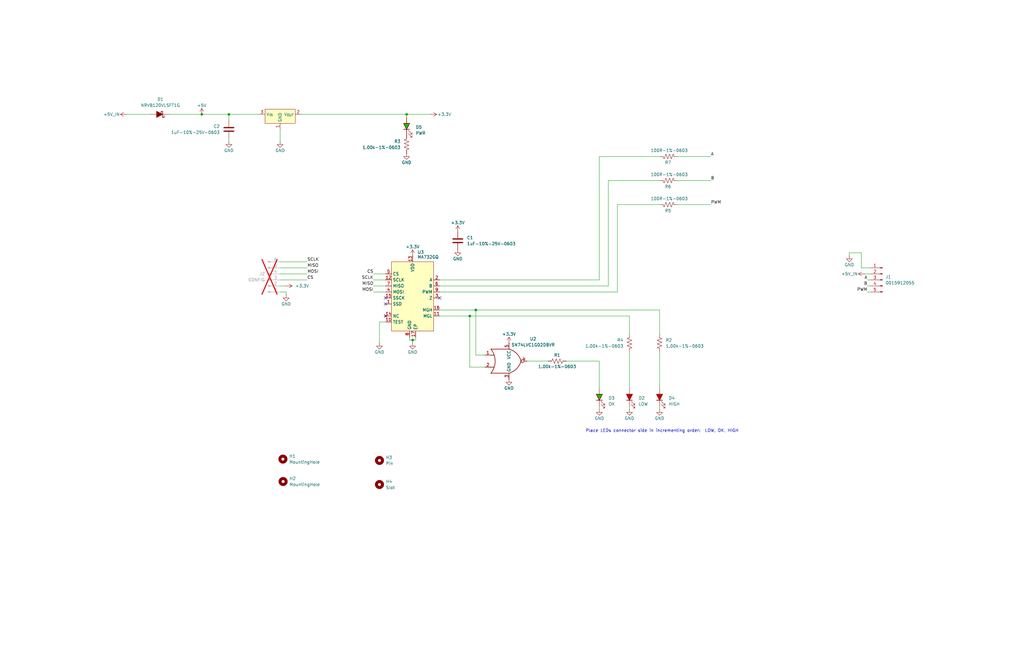
<source format=kicad_sch>
(kicad_sch (version 20231120) (generator "eeschema") (generator_version "8.0")
  (paper "B")
  (title_block (title "Mag Encoder") (date "2024-08-18") (rev "0") (company "971 SPARTAN ROBOTICS"))
  (lib_symbols
    (symbol "74xGxx:74AUP1G02"
      (property "Reference" "U3" (at 12.7 6.3186 0))
      (property "Value" "SN74LVC1G02DRLR" (at 12.7 3.7786 0))
      (symbol "74AUP1G02_0_1"
        (arc (start -7.62 -5.08) (mid -5.838 0) (end -7.62 5.08) (stroke (width 0.254)))
        (arc (start 0 -5.08) (mid 3.1986 -3.2054) (end 5.08 0) (stroke (width 0.254)))
        (polyline (pts (xy -7.62 -2.54) (xy -6.35 -2.54)) (stroke (width 0.254)) (fill (type background)))
        (polyline (pts (xy -7.62 2.54) (xy -6.35 2.54)) (stroke (width 0.254)) (fill (type background)))
        (polyline (pts (xy 0 -5.08) (xy -7.62 -5.08)) (stroke (width 0.254)) (fill (type background)))
        (polyline (pts (xy 0 5.08) (xy -7.62 5.08)) (stroke (width 0.254)) (fill (type background)))
        (arc (start 5.08 0) (mid 3.2238 3.2304) (end 0 5.08) (stroke (width 0.254)))
      )
      (symbol "74AUP1G02_1_1"
        (pin input line (at -10.16 2.54 0) (length 2.54) (name "~") (number "1"))
        (pin input line (at -10.16 -2.54 0) (length 2.54) (name "~") (number "2"))
        (pin power_in line (at 0 -7.62 90) (length 2.54) (name "GND") (number "3"))
        (pin output inverted (at 7.62 0 180) (length 2.54) (name "~") (number "4"))
        (pin power_in line (at 0 7.62 270) (length 2.54) (name "VCC") (number "5"))
      )
    )
    (symbol "Connector:Conn_01x05_Pin" (pin_names (offset 1.016) hide)
      (property "Reference" "J" (at 0 7.62 0))
      (property "Value" "Conn_01x05_Pin" (at 0 -7.62 0))
      (symbol "Conn_01x05_Pin_1_1"
        (polyline (pts (xy 1.27 -5.08) (xy 0.8636 -5.08)) (stroke (width 0.1524)))
        (polyline (pts (xy 1.27 -2.54) (xy 0.8636 -2.54)) (stroke (width 0.1524)))
        (polyline (pts (xy 1.27 0) (xy 0.8636 0)) (stroke (width 0.1524)))
        (polyline (pts (xy 1.27 2.54) (xy 0.8636 2.54)) (stroke (width 0.1524)))
        (polyline (pts (xy 1.27 5.08) (xy 0.8636 5.08)) (stroke (width 0.1524)))
        (rectangle (start 0.8636 -4.953) (end 0 -5.207) (stroke (width 0.1524)) (fill (type outline)))
        (rectangle (start 0.8636 -2.413) (end 0 -2.667) (stroke (width 0.1524)) (fill (type outline)))
        (rectangle (start 0.8636 0.127) (end 0 -0.127) (stroke (width 0.1524)) (fill (type outline)))
        (rectangle (start 0.8636 2.667) (end 0 2.413) (stroke (width 0.1524)) (fill (type outline)))
        (rectangle (start 0.8636 5.207) (end 0 4.953) (stroke (width 0.1524)) (fill (type outline)))
        (pin passive line (at 5.08 5.08 180) (length 3.81) (name "Pin_1") (number "1"))
        (pin passive line (at 5.08 2.54 180) (length 3.81) (name "Pin_2") (number "2"))
        (pin passive line (at 5.08 0 180) (length 3.81) (name "Pin_3") (number "3"))
        (pin passive line (at 5.08 -2.54 180) (length 3.81) (name "Pin_4") (number "4"))
        (pin passive line (at 5.08 -5.08 180) (length 3.81) (name "Pin_5") (number "5"))
      )
    )
    (symbol "Connector:Conn_01x06_Pin" (pin_names (offset 1.016) hide)
      (property "Reference" "J" (at 0 7.62 0))
      (property "Value" "Conn_01x06_Pin" (at 0 -10.16 0))
      (symbol "Conn_01x06_Pin_1_1"
        (polyline (pts (xy 1.27 -7.62) (xy 0.8636 -7.62)) (stroke (width 0.1524)))
        (polyline (pts (xy 1.27 -5.08) (xy 0.8636 -5.08)) (stroke (width 0.1524)))
        (polyline (pts (xy 1.27 -2.54) (xy 0.8636 -2.54)) (stroke (width 0.1524)))
        (polyline (pts (xy 1.27 0) (xy 0.8636 0)) (stroke (width 0.1524)))
        (polyline (pts (xy 1.27 2.54) (xy 0.8636 2.54)) (stroke (width 0.1524)))
        (polyline (pts (xy 1.27 5.08) (xy 0.8636 5.08)) (stroke (width 0.1524)))
        (rectangle (start 0.8636 -7.493) (end 0 -7.747) (stroke (width 0.1524)) (fill (type outline)))
        (rectangle (start 0.8636 -4.953) (end 0 -5.207) (stroke (width 0.1524)) (fill (type outline)))
        (rectangle (start 0.8636 -2.413) (end 0 -2.667) (stroke (width 0.1524)) (fill (type outline)))
        (rectangle (start 0.8636 0.127) (end 0 -0.127) (stroke (width 0.1524)) (fill (type outline)))
        (rectangle (start 0.8636 2.667) (end 0 2.413) (stroke (width 0.1524)) (fill (type outline)))
        (rectangle (start 0.8636 5.207) (end 0 4.953) (stroke (width 0.1524)) (fill (type outline)))
        (pin passive line (at 5.08 5.08 180) (length 3.81) (name "Pin_1") (number "1"))
        (pin passive line (at 5.08 2.54 180) (length 3.81) (name "Pin_2") (number "2"))
        (pin passive line (at 5.08 0 180) (length 3.81) (name "Pin_3") (number "3"))
        (pin passive line (at 5.08 -2.54 180) (length 3.81) (name "Pin_4") (number "4"))
        (pin passive line (at 5.08 -5.08 180) (length 3.81) (name "Pin_5") (number "5"))
        (pin passive line (at 5.08 -7.62 180) (length 3.81) (name "Pin_6") (number "6"))
      )
    )
    (symbol "Device:C" (pin_numbers hide) (pin_names (offset 0.254))
      (property "Reference" "C" (at 0.635 2.54 0))
      (property "Value" "C" (at 0.635 -2.54 0))
      (symbol "C_0_1"
        (polyline (pts (xy -2.032 -0.762) (xy 2.032 -0.762)) (stroke (width 0.508)))
        (polyline (pts (xy -2.032 0.762) (xy 2.032 0.762)) (stroke (width 0.508)))
      )
      (symbol "C_1_1"
        (pin passive line (at 0 3.81 270) (length 2.794) (name "~") (number "1"))
        (pin passive line (at 0 -3.81 90) (length 2.794) (name "~") (number "2"))
      )
    )
    (symbol "Device:D_Schottky" (pin_numbers hide) (pin_names (offset 1.016) hide)
      (property "Reference" "D4" (at -0.3175 -6.35 0))
      (property "Value" "D_Schottky" (at -0.3175 -3.81 0))
      (symbol "D_Schottky_0_1"
        (polyline (pts (xy -1.905 0.635) (xy -1.905 1.27) (xy -1.27 1.27) (xy -1.27 -1.27) (xy -0.635 -1.27) (xy -0.635 -0.635)) (stroke (width 0.254)))
      )
      (symbol "D_Schottky_1_1"
        (polyline (pts (xy 1.27 1.27) (xy 1.27 -1.27) (xy -1.27 0) (xy 1.27 1.27)) (stroke (width 0.254)) (fill (type outline)))
        (pin passive line (at -3.81 0 0) (length 2.54) (name "K") (number "1"))
        (pin passive line (at 3.81 0 180) (length 2.54) (name "A") (number "2"))
      )
    )
    (symbol "Device:LED" (pin_numbers hide) (pin_names (offset 1.016) hide)
      (property "Reference" "D1" (at -0.3174 -3.81 90))
      (property "Value" "LED" (at -2.8574 -3.81 90))
      (symbol "LED_0_1"
        (polyline (pts (xy -1.27 -1.27) (xy -1.27 1.27)) (stroke (width 0.254)))
        (polyline (pts (xy -3.048 -0.762) (xy -4.572 -2.286) (xy -3.81 -2.286) (xy -4.572 -2.286) (xy -4.572 -1.524)))
        (polyline (pts (xy -1.778 -0.762) (xy -3.302 -2.286) (xy -2.54 -2.286) (xy -3.302 -2.286) (xy -3.302 -1.524)))
      )
      (symbol "LED_1_1"
        (polyline (pts (xy 1.27 -1.27) (xy 1.27 1.27) (xy -1.27 0) (xy 1.27 -1.27)) (stroke (width 0.254)) (fill (type color) (color 0 194 0 1)))
        (pin passive line (at -3.81 0 0) (length 2.54) (name "K") (number "1"))
        (pin passive line (at 3.81 0 180) (length 2.54) (name "A") (number "2"))
      )
    )
    (symbol "Device:R_US" (pin_numbers hide) (pin_names (offset 0))
      (property "Reference" "R" (at 2.54 0 90))
      (property "Value" "R_US" (at -2.54 0 90))
      (symbol "R_US_0_1"
        (polyline (pts (xy 0 -2.286) (xy 0 -2.54)))
        (polyline (pts (xy 0 2.286) (xy 0 2.54)))
        (polyline (pts (xy 0 -0.762) (xy 1.016 -1.143) (xy 0 -1.524) (xy -1.016 -1.905) (xy 0 -2.286)))
        (polyline (pts (xy 0 0.762) (xy 1.016 0.381) (xy 0 0) (xy -1.016 -0.381) (xy 0 -0.762)))
        (polyline (pts (xy 0 2.286) (xy 1.016 1.905) (xy 0 1.524) (xy -1.016 1.143) (xy 0 0.762)))
      )
      (symbol "R_US_1_1"
        (pin passive line (at 0 3.81 270) (length 1.27) (name "~") (number "1"))
        (pin passive line (at 0 -3.81 90) (length 1.27) (name "~") (number "2"))
      )
    )
    (symbol "LED_1" (pin_numbers hide) (pin_names (offset 1.016) hide)
      (property "Reference" "D2" (at -0.3174 -3.81 90))
      (property "Value" "LOW" (at -2.8574 -3.81 90))
      (symbol "LED_1_0_1"
        (polyline (pts (xy -1.27 -1.27) (xy -1.27 1.27)) (stroke (width 0.254)))
        (polyline (pts (xy -3.048 -0.762) (xy -4.572 -2.286) (xy -3.81 -2.286) (xy -4.572 -2.286) (xy -4.572 -1.524)))
        (polyline (pts (xy -1.778 -0.762) (xy -3.302 -2.286) (xy -2.54 -2.286) (xy -3.302 -2.286) (xy -3.302 -1.524)))
      )
      (symbol "LED_1_1_1"
        (polyline (pts (xy 1.27 -1.27) (xy 1.27 1.27) (xy -1.27 0) (xy 1.27 -1.27)) (stroke (width 0.254)) (fill (type color) (color 194 0 0 1)))
        (pin passive line (at -3.81 0 0) (length 2.54) (name "K") (number "1"))
        (pin passive line (at 3.81 0 180) (length 2.54) (name "A") (number "2"))
      )
    )
    (symbol "LED_2" (pin_numbers hide) (pin_names (offset 1.016) hide)
      (property "Reference" "D4" (at -0.3174 -3.81 90))
      (property "Value" "HIGH" (at -2.8574 -3.81 90))
      (symbol "LED_2_0_1"
        (polyline (pts (xy -1.27 -1.27) (xy -1.27 1.27)) (stroke (width 0.254)))
        (polyline (pts (xy -3.048 -0.762) (xy -4.572 -2.286) (xy -3.81 -2.286) (xy -4.572 -2.286) (xy -4.572 -1.524)))
        (polyline (pts (xy -1.778 -0.762) (xy -3.302 -2.286) (xy -2.54 -2.286) (xy -3.302 -2.286) (xy -3.302 -1.524)))
      )
      (symbol "LED_2_1_1"
        (polyline (pts (xy 1.27 -1.27) (xy 1.27 1.27) (xy -1.27 0) (xy 1.27 -1.27)) (stroke (width 0.254)) (fill (type color) (color 194 0 0 1)))
        (pin passive line (at -3.81 0 0) (length 2.54) (name "K") (number "1"))
        (pin passive line (at 3.81 0 180) (length 2.54) (name "A") (number "2"))
      )
    )
    (symbol "Mechanical:MountingHole" (pin_names (offset 1.016)) (exclude_from_sim yes) (in_bom no)
      (property "Reference" "H" (at 0 5.08 0))
      (property "Value" "MountingHole" (at 0 3.175 0))
      (symbol "MountingHole_0_1"
        (circle (center 0 0) (radius 1.27) (stroke (width 1.27)))
      )
    )
    (symbol "mag-encoder:AP2120N-3.3TRG1"
      (symbol "AP2120N-3.3TRG1_1_1"
        (rectangle (start -6.35 -0.3175) (end 6.35 -6.35) (fill (type background)))
        (pin passive line (at 0 -8.89 90) (length 2.54) (name "GND") (number "1"))
        (pin power_out line (at 8.89 -2.54 180) (length 2.54) (name "V_{OUT}") (number "2"))
        (pin power_in line (at -8.89 -2.54 0) (length 2.54) (name "V_{IN}") (number "3"))
      )
    )
    (symbol "mag-encoder:MA732GQ"
      (property "Reference" "U1" (at 2.032 5.334 0))
      (property "Value" "MA732GQ" (at 2.032 3.302 0))
      (symbol "MA732GQ_1_1"
        (rectangle (start -8.89 1.27) (end 8.89 -27.94) (fill (type background)))
        (pin output line (at -11.43 -16.51 0) (length 2.54) (name "SSD") (number "1"))
        (pin input line (at -11.43 -24.13 0) (length 2.54) (name "TEST") (number "10"))
        (pin output line (at 11.43 -21.59 180) (length 2.54) (name "MGL") (number "11"))
        (pin input line (at -11.43 -6.35 0) (length 2.54) (name "SCLK") (number "12"))
        (pin power_in line (at 0 3.81 270) (length 2.54) (name "VDD") (number "13"))
        (pin no_connect line (at -11.43 -21.59 0) (length 2.54) (name "NC") (number "14"))
        (pin input line (at -11.43 -13.97 0) (length 2.54) (name "SSCK") (number "15"))
        (pin output line (at 11.43 -19.05 180) (length 2.54) (name "MGH") (number "16"))
        (pin passive line (at 1.27 -30.48 90) (length 2.54) (name "EP") (number "17"))
        (pin output line (at 11.43 -6.35 180) (length 2.54) (name "A") (number "2"))
        (pin output line (at 11.43 -13.97 180) (length 2.54) (name "Z") (number "3"))
        (pin input line (at -11.43 -11.43 0) (length 2.54) (name "MOSI") (number "4"))
        (pin input line (at -11.43 -3.81 0) (length 2.54) (name "CS") (number "5"))
        (pin output line (at 11.43 -8.89 180) (length 2.54) (name "B") (number "6"))
        (pin input line (at -11.43 -8.89 0) (length 2.54) (name "MISO") (number "7"))
        (pin passive line (at -1.27 -30.48 90) (length 2.54) (name "GND") (number "8"))
        (pin output line (at 11.43 -11.43 180) (length 2.54) (name "PWM") (number "9"))
      )
    )
    (symbol "power:+3.3V" (power) (pin_numbers hide) (pin_names (offset 0) hide)
      (property "Value" "+3.3V" (at 0 3.556 0))
      (symbol "+3.3V_0_1"
        (polyline (pts (xy -0.762 1.27) (xy 0 2.54)))
        (polyline (pts (xy 0 0) (xy 0 2.54)))
        (polyline (pts (xy 0 2.54) (xy 0.762 1.27)))
      )
      (symbol "+3.3V_1_1"
        (pin power_in line (at 0 0 90) (length 0) (name "~") (number "1"))
      )
    )
    (symbol "power:+5V" (power) (pin_numbers hide) (pin_names (offset 0) hide)
      (property "Value" "+5V" (at 0 3.556 0))
      (symbol "+5V_0_1"
        (polyline (pts (xy -0.762 1.27) (xy 0 2.54)))
        (polyline (pts (xy 0 0) (xy 0 2.54)))
        (polyline (pts (xy 0 2.54) (xy 0.762 1.27)))
      )
      (symbol "+5V_1_1"
        (pin power_in line (at 0 0 90) (length 0) (name "~") (number "1"))
      )
    )
    (symbol "power:GND" (power) (pin_numbers hide) (pin_names (offset 0) hide)
      (property "Value" "GND" (at 0 -3.81 0))
      (symbol "GND_0_1"
        (polyline (pts (xy 0 0) (xy 0 -1.27) (xy 1.27 -1.27) (xy 0 -2.54) (xy -1.27 -1.27) (xy 0 -1.27)))
      )
      (symbol "GND_1_1"
        (pin power_in line (at 0 0 270) (length 0) (name "~") (number "1"))
      )
    )
  )
  (junction (at 200.66 130.81))
  (junction (at 198.12 133.35))
  (junction (at 85.09 48.26))
  (junction (at 96.52 48.26))
  (junction (at 173.99 143.51))
  (junction (at 171.45 48.26))
  (no_connect (at 185.42 125.73))
  (no_connect (at 162.56 128.27))
  (no_connect (at 162.56 133.35))
  (no_connect (at 162.56 125.73))
  (wire (pts (xy 127 48.26) (xy 171.45 48.26)))
  (wire (pts (xy 238.76 152.4) (xy 252.73 152.4)))
  (wire (pts (xy 157.48 120.65) (xy 162.56 120.65)))
  (wire (pts (xy 175.26 143.51) (xy 173.99 143.51)))
  (wire (pts (xy 118.11 118.11) (xy 129.54 118.11)))
  (wire (pts (xy 198.12 154.94) (xy 198.12 133.35)))
  (wire (pts (xy 85.09 48.26) (xy 96.52 48.26)))
  (wire (pts (xy 256.54 120.65) (xy 256.54 76.2)))
  (wire (pts (xy 200.66 130.81) (xy 278.13 130.81)))
  (wire (pts (xy 53.34 48.26) (xy 63.5 48.26)))
  (wire (pts (xy 265.43 148.59) (xy 265.43 163.83)))
  (wire (pts (xy 252.73 66.04) (xy 278.13 66.04)))
  (wire (pts (xy 118.11 113.03) (xy 129.54 113.03)))
  (wire (pts (xy 285.75 86.36) (xy 299.72 86.36)))
  (wire (pts (xy 222.25 152.4) (xy 231.14 152.4)))
  (wire (pts (xy 365.76 118.11) (xy 367.03 118.11)))
  (wire (pts (xy 265.43 171.45) (xy 265.43 172.72)))
  (wire (pts (xy 172.72 142.24) (xy 172.72 143.51)))
  (wire (pts (xy 363.22 106.68) (xy 358.14 106.68)))
  (wire (pts (xy 252.73 118.11) (xy 252.73 66.04)))
  (wire (pts (xy 358.14 106.68) (xy 358.14 107.95)))
  (wire (pts (xy 285.75 76.2) (xy 299.72 76.2)))
  (wire (pts (xy 173.99 143.51) (xy 173.99 144.78)))
  (wire (pts (xy 181.61 48.26) (xy 171.45 48.26)))
  (wire (pts (xy 160.02 135.89) (xy 160.02 144.78)))
  (wire (pts (xy 278.13 148.59) (xy 278.13 163.83)))
  (wire (pts (xy 256.54 76.2) (xy 278.13 76.2)))
  (wire (pts (xy 71.12 48.26) (xy 85.09 48.26)))
  (wire (pts (xy 157.48 118.11) (xy 162.56 118.11)))
  (wire (pts (xy 198.12 133.35) (xy 265.43 133.35)))
  (wire (pts (xy 175.26 142.24) (xy 175.26 143.51)))
  (wire (pts (xy 118.11 110.49) (xy 129.54 110.49)))
  (wire (pts (xy 118.11 54.61) (xy 118.11 59.69)))
  (wire (pts (xy 278.13 130.81) (xy 278.13 140.97)))
  (wire (pts (xy 265.43 133.35) (xy 265.43 140.97)))
  (wire (pts (xy 96.52 59.69) (xy 96.52 58.42)))
  (wire (pts (xy 118.11 120.65) (xy 120.65 120.65)))
  (wire (pts (xy 363.22 113.03) (xy 363.22 106.68)))
  (wire (pts (xy 96.52 48.26) (xy 109.22 48.26)))
  (wire (pts (xy 120.65 124.46) (xy 120.65 123.19)))
  (wire (pts (xy 185.42 130.81) (xy 200.66 130.81)))
  (wire (pts (xy 185.42 118.11) (xy 252.73 118.11)))
  (wire (pts (xy 367.03 113.03) (xy 363.22 113.03)))
  (wire (pts (xy 260.35 123.19) (xy 260.35 86.36)))
  (wire (pts (xy 200.66 149.86) (xy 200.66 130.81)))
  (wire (pts (xy 173.99 143.51) (xy 172.72 143.51)))
  (wire (pts (xy 185.42 133.35) (xy 198.12 133.35)))
  (wire (pts (xy 120.65 123.19) (xy 118.11 123.19)))
  (wire (pts (xy 260.35 86.36) (xy 278.13 86.36)))
  (wire (pts (xy 157.48 115.57) (xy 162.56 115.57)))
  (wire (pts (xy 162.56 135.89) (xy 160.02 135.89)))
  (wire (pts (xy 285.75 66.04) (xy 299.72 66.04)))
  (wire (pts (xy 278.13 171.45) (xy 278.13 172.72)))
  (wire (pts (xy 204.47 149.86) (xy 200.66 149.86)))
  (wire (pts (xy 204.47 154.94) (xy 198.12 154.94)))
  (wire (pts (xy 185.42 120.65) (xy 256.54 120.65)))
  (wire (pts (xy 96.52 48.26) (xy 96.52 50.8)))
  (wire (pts (xy 252.73 172.72) (xy 252.73 171.45)))
  (wire (pts (xy 365.76 120.65) (xy 367.03 120.65)))
  (wire (pts (xy 157.48 123.19) (xy 162.56 123.19)))
  (wire (pts (xy 252.73 152.4) (xy 252.73 163.83)))
  (wire (pts (xy 365.76 123.19) (xy 367.03 123.19)))
  (wire (pts (xy 118.11 115.57) (xy 129.54 115.57)))
  (wire (pts (xy 171.45 49.53) (xy 171.45 48.26)))
  (wire (pts (xy 185.42 123.19) (xy 260.35 123.19)))
  (wire (pts (xy 364.49 115.57) (xy 367.03 115.57)))
  (text "Place LEDs connector side in incrementing order:  LOW, OK, HIGH" (at 246.888 181.864 0) (effects (font (size 1.27 1.27)) (justify left)))
  (label "PWM" (at 365.76 123.19 180))
  (label "SCLK" (at 157.48 118.11 180))
  (label "MISO" (at 129.54 113.03 0))
  (label "MOSI" (at 129.54 115.57 0))
  (label "B" (at 365.76 120.65 180))
  (label "MOSI" (at 157.48 123.19 180))
  (label "A" (at 299.72 66.04 0))
  (label "PWM" (at 299.72 86.36 0))
  (label "B" (at 299.72 76.2 0))
  (label "SCLK" (at 129.54 110.49 0))
  (label "CS" (at 129.54 118.11 0))
  (label "CS" (at 157.48 115.57 180))
  (label "MISO" (at 157.48 120.65 180))
  (label "A" (at 365.76 118.11 180))
  (symbol (lib_id "power:GND") (at 278.13 172.72 0) (unit 1)
    (property "Reference" "#PWR08" (effects (hide yes)))
    (property "Value" "GND" (at 278.13 176.53 0))
    (property "Description" "Power symbol creates a global label with name \"GND\" , ground" (effects (hide yes)))
  )
  (symbol (lib_name "LED_1") (lib_id "Device:LED") (at 265.43 167.64 90) (unit 1)
    (property "Reference" "D2" (at 269.24 167.9574 90) (effects (justify right)))
    (property "Value" "LOW" (at 269.24 170.4974 90) (effects (justify right)))
    (property "Footprint" "LED_SMD:LED_0603_1608Metric" (effects (hide yes)))
    (property "Datasheet" "Components/Wurth-150060RS75000.pdf" (effects (hide yes)))
    (property "Description" "Light emitting diode" (effects (hide yes)))
    (property "DIST" "Digikey" (effects (hide yes)))
    (property "DIST P/N" "732-4978-1-ND" (effects (hide yes)))
    (property "MFG" "Wurth Electronik" (effects (hide yes)))
    (property "MFG P/N" "150060RS75000" (effects (hide yes)))
  )
  (symbol (lib_id "Device:R_US") (at 278.13 144.78 0) (unit 1)
    (property "Reference" "R2" (at 280.67 143.5099 0) (effects (justify left)))
    (property "Value" "1.00k-1%-0603" (at 280.67 146.0499 0) (effects (justify left)))
    (property "Footprint" "Resistor_SMD:R_0603_1608Metric" (effects (hide yes)))
    (property "Description" "Resistor, US symbol" (effects (hide yes)))
    (property "DIST" "Digikey" (effects (hide yes)))
    (property "DIST P/N" "311-1.00KHRCT-ND" (effects (hide yes)))
    (property "MFG" "YAGEO" (effects (hide yes)))
    (property "MFG P/N" "RC0603FR-071KL" (effects (hide yes)))
  )
  (symbol (lib_name "LED_2") (lib_id "Device:LED") (at 278.13 167.64 90) (unit 1)
    (property "Reference" "D4" (at 281.94 167.9574 90) (effects (justify right)))
    (property "Value" "HIGH" (at 281.94 170.4974 90) (effects (justify right)))
    (property "Footprint" "LED_SMD:LED_0603_1608Metric" (effects (hide yes)))
    (property "Datasheet" "Components/Wurth-150060RS75000.pdf" (effects (hide yes)))
    (property "Description" "Light emitting diode" (effects (hide yes)))
    (property "DIST" "Digikey" (effects (hide yes)))
    (property "DIST P/N" "732-4978-1-ND" (effects (hide yes)))
    (property "MFG" "Wurth Electronik" (effects (hide yes)))
    (property "MFG P/N" "150060RS75000" (effects (hide yes)))
  )
  (symbol (lib_id "power:GND") (at 160.02 144.78 0) (unit 1)
    (property "Reference" "#PWR02" (effects (hide yes)))
    (property "Value" "GND" (at 160.02 148.59 0))
    (property "Description" "Power symbol creates a global label with name \"GND\" , ground" (effects (hide yes)))
  )
  (symbol (lib_id "Device:R_US") (at 234.95 152.4 90) (unit 1)
    (property "Reference" "R1" (at 234.95 149.86 90))
    (property "Value" "1.00k-1%-0603" (at 234.95 154.686 90))
    (property "Footprint" "Resistor_SMD:R_0603_1608Metric" (effects (hide yes)))
    (property "Description" "Resistor, US symbol" (effects (hide yes)))
    (property "DIST" "Digikey" (effects (hide yes)))
    (property "DIST P/N" "311-1.00KHRCT-ND" (effects (hide yes)))
    (property "MFG" "YAGEO" (effects (hide yes)))
    (property "MFG P/N" "RC0603FR-071KL" (effects (hide yes)))
  )
  (symbol (lib_id "Device:R_US") (at 281.94 76.2 90) (mirror x) (unit 1)
    (property "Reference" "R6" (at 281.686 78.74 90))
    (property "Value" "100R-1%-0603" (at 282.194 73.66 90))
    (property "Footprint" "Resistor_SMD:R_0603_1608Metric" (effects (hide yes)))
    (property "Description" "Resistor, US symbol" (effects (hide yes)))
    (property "DIST" "Digikey" (effects (hide yes)))
    (property "DIST P/N" "311-100HRCT-ND" (effects (hide yes)))
    (property "MFG" "YAGEO" (effects (hide yes)))
    (property "MFG P/N" "RC0603FR-07100RL" (effects (hide yes)))
  )
  (symbol (lib_id "power:+3.3V") (at 193.04 97.79 0) (unit 1)
    (property "Reference" "#PWR026" (effects (hide yes)))
    (property "Value" "+3.3V" (at 193.04 93.98 0))
    (property "Description" "Power symbol creates a global label with name \"+3.3V\"" (effects (hide yes)))
  )
  (symbol (lib_id "power:GND") (at 214.63 160.02 0) (unit 1)
    (property "Reference" "#PWR04" (effects (hide yes)))
    (property "Value" "GND" (at 214.63 163.83 0))
    (property "Description" "Power symbol creates a global label with name \"GND\" , ground" (effects (hide yes)))
  )
  (symbol (lib_id "power:+5V") (at 53.34 48.26 90) (mirror x) (unit 1)
    (property "Reference" "#PWR022" (effects (hide yes)))
    (property "Value" "+5V_IN" (at 50.546 48.26 90) (effects (justify left)))
    (property "Description" "Power symbol creates a global label with name \"+5V\"" (effects (hide yes)))
  )
  (symbol (lib_id "Mechanical:MountingHole") (at 160.02 194.31 0) (unit 1) (exclude_from_sim yes) (in_bom no)
    (property "Reference" "H3" (at 162.6386 193.0399 0) (effects (justify left)))
    (property "Value" "Pin" (at 162.6386 195.5799 0) (effects (justify left)))
    (property "Footprint" "mag-encoder:pin-0.100" (effects (hide yes)))
    (property "Description" "Mounting Hole without connection" (effects (hide yes)))
  )
  (symbol (lib_id "74xGxx:74AUP1G02") (at 214.63 152.4 0) (unit 1)
    (property "Reference" "U2" (at 224.79 143.002 0))
    (property "Value" "SN74LVC1G02DBVR" (at 224.79 145.542 0))
    (property "Footprint" "Package_TO_SOT_SMD:SOT-23-5" (effects (hide yes)))
    (property "Datasheet" "Components/TI-sn74lvc1g02.pdf" (effects (hide yes)))
    (property "Description" "Single NOR Gate, Low-Voltage CMOS" (effects (hide yes)))
    (property "MFG" "Texas Instruments" (effects (hide yes)))
    (property "MFG P/N" "SN74LVC1G02DBVR" (effects (hide yes)))
    (property "DIST" "Digikey" (effects (hide yes)))
    (property "DIST P/N" "296-11597-1-ND" (effects (hide yes)))
  )
  (symbol (lib_id "power:GND") (at 96.52 59.69 0) (mirror y) (unit 1)
    (property "Reference" "#PWR014" (effects (hide yes)))
    (property "Value" "GND" (at 96.52 63.5 0))
    (property "Description" "Power symbol creates a global label with name \"GND\" , ground" (effects (hide yes)))
  )
  (symbol (lib_id "Device:D_Schottky") (at 67.31 48.26 180) (unit 1)
    (property "Reference" "D1" (at 67.6275 41.91 0))
    (property "Value" "NRVB120VLSFT1G" (at 67.6275 44.45 0))
    (property "Footprint" "Diode_SMD:D_SOD-123F" (effects (hide yes)))
    (property "Datasheet" "Components/onsemi-MBR120VLSF.pdf" (effects (hide yes)))
    (property "Description" "Diode Schottky 20 V 1A Surface Mount SOD-123FL" (effects (hide yes)))
    (property "MFG" "onsemi" (effects (hide yes)))
    (property "MFG P/N" "NRVB120VLSFT1G" (effects (hide yes)))
    (property "DIST" "Digikey" (effects (hide yes)))
    (property "DIST P/N" "NRVB120VLSFT1GOSCT-ND" (effects (hide yes)))
  )
  (symbol (lib_id "power:GND") (at 193.04 105.41 0) (unit 1)
    (property "Reference" "#PWR027" (effects (hide yes)))
    (property "Value" "GND" (at 193.04 109.22 0))
    (property "Description" "Power symbol creates a global label with name \"GND\" , ground" (effects (hide yes)))
  )
  (symbol (lib_id "power:+3.3V") (at 214.63 144.78 0) (unit 1)
    (property "Reference" "#PWR05" (effects (hide yes)))
    (property "Value" "+3.3V" (at 214.63 140.97 0))
    (property "Description" "Power symbol creates a global label with name \"+3.3V\"" (effects (hide yes)))
  )
  (symbol (lib_id "power:+5V") (at 85.09 48.26 0) (unit 1)
    (property "Reference" "#PWR013" (effects (hide yes)))
    (property "Value" "+5V" (at 85.09 45.212 0) (effects (justify bottom)))
    (property "Description" "Power symbol creates a global label with name \"+5V\"" (effects (hide yes)))
  )
  (symbol (lib_id "Mechanical:MountingHole") (at 119.38 203.2 0) (unit 1) (exclude_from_sim yes) (in_bom no)
    (property "Reference" "H2" (at 121.9986 201.9299 0) (effects (justify left)))
    (property "Value" "MountingHole" (at 121.9986 204.4699 0) (effects (justify left)))
    (property "Footprint" "MountingHole:MountingHole_3.2mm_M3" (effects (hide yes)))
    (property "Description" "Mounting Hole without connection" (effects (hide yes)))
  )
  (symbol (lib_id "Connector:Conn_01x06_Pin") (at 113.03 118.11 0) (mirror x) (unit 1) (in_bom no) (dnp yes)
    (property "Reference" "J2" (at 111.76 115.5699 0) (effects (justify right)))
    (property "Value" "CONFIG" (at 111.76 118.1099 0) (effects (justify right)))
    (property "Footprint" "Connector_PinHeader_2.54mm:PinHeader_1x06_P2.54mm_Vertical" (effects (hide yes)))
    (property "Description" "Generic connector, single row, 01x06, script generated" (effects (hide yes)))
  )
  (symbol (lib_id "power:GND") (at 252.73 172.72 0) (unit 1)
    (property "Reference" "#PWR06" (effects (hide yes)))
    (property "Value" "GND" (at 252.73 176.53 0))
    (property "Description" "Power symbol creates a global label with name \"GND\" , ground" (effects (hide yes)))
  )
  (symbol (lib_id "Mechanical:MountingHole") (at 160.02 204.47 0) (unit 1) (exclude_from_sim yes) (in_bom no)
    (property "Reference" "H4" (at 162.6386 203.1999 0) (effects (justify left)))
    (property "Value" "Slot" (at 162.6386 205.7399 0) (effects (justify left)))
    (property "Footprint" "mag-encoder:slot-0.100x0.120" (effects (hide yes)))
    (property "Description" "Mounting Hole without connection" (effects (hide yes)))
  )
  (symbol (lib_id "Device:R_US") (at 281.94 66.04 90) (mirror x) (unit 1)
    (property "Reference" "R7" (at 281.686 68.58 90))
    (property "Value" "100R-1%-0603" (at 282.194 63.5 90))
    (property "Footprint" "Resistor_SMD:R_0603_1608Metric" (effects (hide yes)))
    (property "Description" "Resistor, US symbol" (effects (hide yes)))
    (property "DIST" "Digikey" (effects (hide yes)))
    (property "DIST P/N" "311-100HRCT-ND" (effects (hide yes)))
    (property "MFG" "YAGEO" (effects (hide yes)))
    (property "MFG P/N" "RC0603FR-07100RL" (effects (hide yes)))
  )
  (symbol (lib_id "power:GND") (at 120.65 124.46 0) (unit 1)
    (property "Reference" "#PWR015" (effects (hide yes)))
    (property "Value" "GND" (at 120.65 128.27 0))
    (property "Description" "Power symbol creates a global label with name \"GND\" , ground" (effects (hide yes)))
  )
  (symbol (lib_id "power:+5V") (at 364.49 115.57 90) (mirror x) (unit 1)
    (property "Reference" "#PWR010" (effects (hide yes)))
    (property "Value" "+5V_IN" (at 361.696 115.57 90) (effects (justify left)))
    (property "Description" "Power symbol creates a global label with name \"+5V\"" (effects (hide yes)))
  )
  (symbol (lib_id "power:+3.3V") (at 173.99 107.95 0) (unit 1)
    (property "Reference" "#PWR03" (effects (hide yes)))
    (property "Value" "+3.3V" (at 173.99 104.14 0))
    (property "Description" "Power symbol creates a global label with name \"+3.3V\"" (effects (hide yes)))
  )
  (symbol (lib_id "power:+3.3V") (at 181.61 48.26 270) (unit 1)
    (property "Reference" "#PWR011" (effects (hide yes)))
    (property "Value" "+3.3V" (at 184.404 48.26 90) (effects (justify left)))
    (property "Description" "Power symbol creates a global label with name \"+3.3V\"" (effects (hide yes)))
  )
  (symbol (lib_id "power:GND") (at 173.99 144.78 0) (unit 1)
    (property "Reference" "#PWR01" (effects (hide yes)))
    (property "Value" "GND" (at 173.99 148.59 0))
    (property "Description" "Power symbol creates a global label with name \"GND\" , ground" (effects (hide yes)))
  )
  (symbol (lib_id "Device:R_US") (at 265.43 144.78 0) (mirror y) (unit 1)
    (property "Reference" "R4" (at 262.89 143.5099 0) (effects (justify left)))
    (property "Value" "1.00k-1%-0603" (at 262.89 146.0499 0) (effects (justify left)))
    (property "Footprint" "Resistor_SMD:R_0603_1608Metric" (effects (hide yes)))
    (property "Description" "Resistor, US symbol" (effects (hide yes)))
    (property "DIST" "Digikey" (effects (hide yes)))
    (property "DIST P/N" "311-1.00KHRCT-ND" (effects (hide yes)))
    (property "MFG" "YAGEO" (effects (hide yes)))
    (property "MFG P/N" "RC0603FR-071KL" (effects (hide yes)))
  )
  (symbol (lib_id "Device:C") (at 96.52 54.61 0) (mirror y) (unit 1)
    (property "Reference" "C2" (at 92.71 53.3399 0) (effects (justify left)))
    (property "Value" "1uF-10%-25V-0603" (at 92.71 55.8799 0) (effects (justify left)))
    (property "Footprint" "Capacitor_SMD:C_0603_1608Metric" (effects (hide yes)))
    (property "Datasheet" "Components/Kyocera-KGM_X7R.pdf" (effects (hide yes)))
    (property "Description" "Unpolarized capacitor" (effects (hide yes)))
    (property "DIST" "Digikey" (effects (hide yes)))
    (property "DIST P/N" "478-10046-1-ND" (effects (hide yes)))
    (property "MFG" "Kyocera" (effects (hide yes)))
    (property "MFG P/N" "06033C105KAT2A" (effects (hide yes)))
  )
  (symbol (lib_id "power:GND") (at 358.14 107.95 0) (unit 1)
    (property "Reference" "#PWR09" (effects (hide yes)))
    (property "Value" "GND" (at 358.14 111.76 0))
    (property "Description" "Power symbol creates a global label with name \"GND\" , ground" (effects (hide yes)))
  )
  (symbol (lib_id "mag-encoder:AP2120N-3.3TRG1") (at 118.11 45.72 0) (unit 1)
    (property "Reference" "U1" (effects (hide yes)))
    (property "Value" "AP2120N-3.3TRG1" (effects (hide yes)))
    (property "Footprint" "Package_TO_SOT_SMD:SOT-23" (effects (hide yes)))
    (property "Datasheet" "Components/DiodesInc-AP2120.pdf" (effects (hide yes)))
    (property "Description" "Linear Voltage Regulator IC Positive Fixed 1 Output 150mA SOT-23-3" (effects (hide yes)))
    (property "MFG" "Diodes Inc" (effects (hide yes)))
    (property "MFG P/N" "AP2120N-3.3TRG1" (effects (hide yes)))
    (property "DIST" "Digikey" (effects (hide yes)))
    (property "DIST P/N" "AP2120N-3.3TRG1DICT-ND" (effects (hide yes)))
  )
  (symbol (lib_id "Device:R_US") (at 171.45 60.96 0) (mirror y) (unit 1)
    (property "Reference" "R3" (at 168.91 59.6899 0) (effects (justify left)))
    (property "Value" "1.00k-1%-0603" (at 168.91 62.2299 0) (effects (justify left)))
    (property "Footprint" "Resistor_SMD:R_0603_1608Metric" (effects (hide yes)))
    (property "Description" "Resistor, US symbol" (effects (hide yes)))
    (property "DIST" "Digikey" (effects (hide yes)))
    (property "DIST P/N" "311-1.00KHRCT-ND" (effects (hide yes)))
    (property "MFG" "YAGEO" (effects (hide yes)))
    (property "MFG P/N" "RC0603FR-071KL" (effects (hide yes)))
  )
  (symbol (lib_id "Device:C") (at 193.04 101.6 0) (unit 1)
    (property "Reference" "C1" (at 196.85 100.3299 0) (effects (justify left)))
    (property "Value" "1uF-10%-25V-0603" (at 196.85 102.8699 0) (effects (justify left)))
    (property "Footprint" "Capacitor_SMD:C_0603_1608Metric" (effects (hide yes)))
    (property "Datasheet" "Components/Kyocera-KGM_X7R.pdf" (effects (hide yes)))
    (property "Description" "Unpolarized capacitor" (effects (hide yes)))
    (property "DIST" "Digikey" (effects (hide yes)))
    (property "DIST P/N" "478-10046-1-ND" (effects (hide yes)))
    (property "MFG" "Kyocera" (effects (hide yes)))
    (property "MFG P/N" "06033C105KAT2A" (effects (hide yes)))
  )
  (symbol (lib_id "power:GND") (at 265.43 172.72 0) (unit 1)
    (property "Reference" "#PWR07" (effects (hide yes)))
    (property "Value" "GND" (at 265.43 176.53 0))
    (property "Description" "Power symbol creates a global label with name \"GND\" , ground" (effects (hide yes)))
  )
  (symbol (lib_id "Connector:Conn_01x05_Pin") (at 372.11 118.11 0) (mirror y) (unit 1)
    (property "Reference" "J1" (at 373.38 116.8399 0) (effects (justify right)))
    (property "Value" "0015912055" (at 373.38 119.3799 0) (effects (justify right)))
    (property "Footprint" "mag-encoder:Molex-70634-0039" (effects (hide yes)))
    (property "Datasheet" "Components/Molex-015912055_sd.pdf" (effects (hide yes)))
    (property "Description" "Connector Header Surface Mount, Right Angle 5 position 0.100\" (2.54mm)" (effects (hide yes)))
    (property "MFG" "Molex" (effects (hide yes)))
    (property "MFG P/N" "0015912055" (effects (hide yes)))
    (property "DIST" "Digikey" (effects (hide yes)))
    (property "DIST P/N" "WM1343-ND" (effects (hide yes)))
  )
  (symbol (lib_id "power:+3.3V") (at 120.65 120.65 270) (unit 1)
    (property "Reference" "#PWR012" (effects (hide yes)))
    (property "Value" "+3.3V" (at 124.46 120.65 90) (effects (justify left)))
    (property "Description" "Power symbol creates a global label with name \"+3.3V\"" (effects (hide yes)))
  )
  (symbol (lib_id "Device:LED") (at 252.73 167.64 90) (unit 1)
    (property "Reference" "D3" (at 256.54 167.9574 90) (effects (justify right)))
    (property "Value" "OK" (at 256.54 170.4974 90) (effects (justify right)))
    (property "Footprint" "LED_SMD:LED_0603_1608Metric" (effects (hide yes)))
    (property "Datasheet" "Components/Wurth-150060GS75000.pdf" (effects (hide yes)))
    (property "Description" "Light emitting diode" (effects (hide yes)))
    (property "MFG" "Wurth Electronik" (effects (hide yes)))
    (property "MFG P/N" "150060GS75000" (effects (hide yes)))
    (property "DIST" "Digikey" (effects (hide yes)))
    (property "DIST P/N" "732-4971-1-ND" (effects (hide yes)))
  )
  (symbol (lib_id "mag-encoder:MA732GQ") (at 173.99 111.76 0) (unit 1)
    (property "Reference" "U3" (at 176.022 106.426 0) (effects (justify left)))
    (property "Value" "MA732GQ" (at 176.022 108.458 0) (effects (justify left)))
    (property "Footprint" "mag-encoder:QFN-16-1EP_3x3mm_P0.5mm_EP1.7x1.7mm" (effects (hide yes)))
    (property "Datasheet" "Components/MPS-MA732GQ-Z.pdf" (effects (hide yes)))
    (property "Description" "14 bit, digital angle sensor with ABZ & PWM Outputs" (effects (hide yes)))
    (property "MFG" "Monolithic Power Systems" (effects (hide yes)))
    (property "MFG P/N" "MA732GQ-Z" (effects (hide yes)))
    (property "DIST" "Digikey" (effects (hide yes)))
    (property "DIST P/N" "1589-MA732GQ-ZCT-ND" (effects (hide yes)))
  )
  (symbol (lib_id "power:GND") (at 171.45 64.77 0) (unit 1)
    (property "Reference" "#PWR023" (effects (hide yes)))
    (property "Value" "GND" (at 171.45 68.58 0))
    (property "Description" "Power symbol creates a global label with name \"GND\" , ground" (effects (hide yes)))
  )
  (symbol (lib_id "Mechanical:MountingHole") (at 119.3014 193.7445 0) (unit 1) (exclude_from_sim yes) (in_bom no)
    (property "Reference" "H1" (at 121.92 192.4744 0) (effects (justify left)))
    (property "Value" "MountingHole" (at 121.92 195.0144 0) (effects (justify left)))
    (property "Footprint" "MountingHole:MountingHole_3.2mm_M3" (effects (hide yes)))
    (property "Description" "Mounting Hole without connection" (effects (hide yes)))
  )
  (symbol (lib_id "Device:LED") (at 171.45 53.34 90) (unit 1)
    (property "Reference" "D5" (at 175.26 53.6574 90) (effects (justify right)))
    (property "Value" "PWR" (at 175.26 56.1974 90) (effects (justify right)))
    (property "Footprint" "LED_SMD:LED_0603_1608Metric" (effects (hide yes)))
    (property "Datasheet" "Components/Wurth-150060GS75000.pdf" (effects (hide yes)))
    (property "Description" "Light emitting diode" (effects (hide yes)))
    (property "MFG" "Wurth Electronik" (effects (hide yes)))
    (property "MFG P/N" "150060GS75000" (effects (hide yes)))
    (property "DIST" "Digikey" (effects (hide yes)))
    (property "DIST P/N" "732-4971-1-ND" (effects (hide yes)))
  )
  (symbol (lib_id "power:GND") (at 118.11 59.69 0) (unit 1)
    (property "Reference" "#PWR021" (effects (hide yes)))
    (property "Value" "GND" (at 118.11 63.5 0))
    (property "Description" "Power symbol creates a global label with name \"GND\" , ground" (effects (hide yes)))
  )
  (symbol (lib_id "Device:R_US") (at 281.94 86.36 90) (mirror x) (unit 1)
    (property "Reference" "R5" (at 281.686 88.9 90))
    (property "Value" "100R-1%-0603" (at 282.194 83.82 90))
    (property "Footprint" "Resistor_SMD:R_0603_1608Metric" (effects (hide yes)))
    (property "Description" "Resistor, US symbol" (effects (hide yes)))
    (property "DIST" "Digikey" (effects (hide yes)))
    (property "DIST P/N" "311-100HRCT-ND" (effects (hide yes)))
    (property "MFG" "YAGEO" (effects (hide yes)))
    (property "MFG P/N" "RC0603FR-07100RL" (effects (hide yes)))
  )
)
</source>
